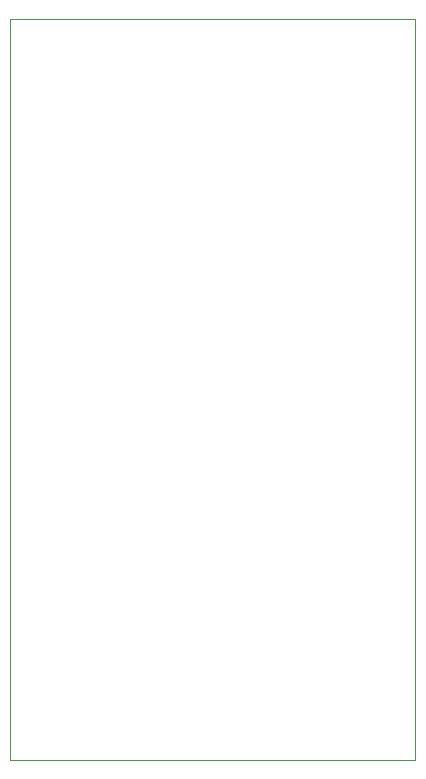
<source format=gm1>
G04 #@! TF.GenerationSoftware,KiCad,Pcbnew,8.0.1*
G04 #@! TF.CreationDate,2024-10-21T20:58:36+13:00*
G04 #@! TF.ProjectId,aurorawatchpcb,6175726f-7261-4776-9174-63687063622e,rev?*
G04 #@! TF.SameCoordinates,Original*
G04 #@! TF.FileFunction,Profile,NP*
%FSLAX46Y46*%
G04 Gerber Fmt 4.6, Leading zero omitted, Abs format (unit mm)*
G04 Created by KiCad (PCBNEW 8.0.1) date 2024-10-21 20:58:36*
%MOMM*%
%LPD*%
G01*
G04 APERTURE LIST*
G04 #@! TA.AperFunction,Profile*
%ADD10C,0.050000*%
G04 #@! TD*
G04 APERTURE END LIST*
D10*
X96520000Y-62987754D02*
X130810000Y-62987754D01*
X96520000Y-125730000D02*
X96520000Y-62987754D01*
X130810000Y-125730000D02*
X96520000Y-125730000D01*
X130810000Y-62987754D02*
X130810000Y-125730000D01*
M02*

</source>
